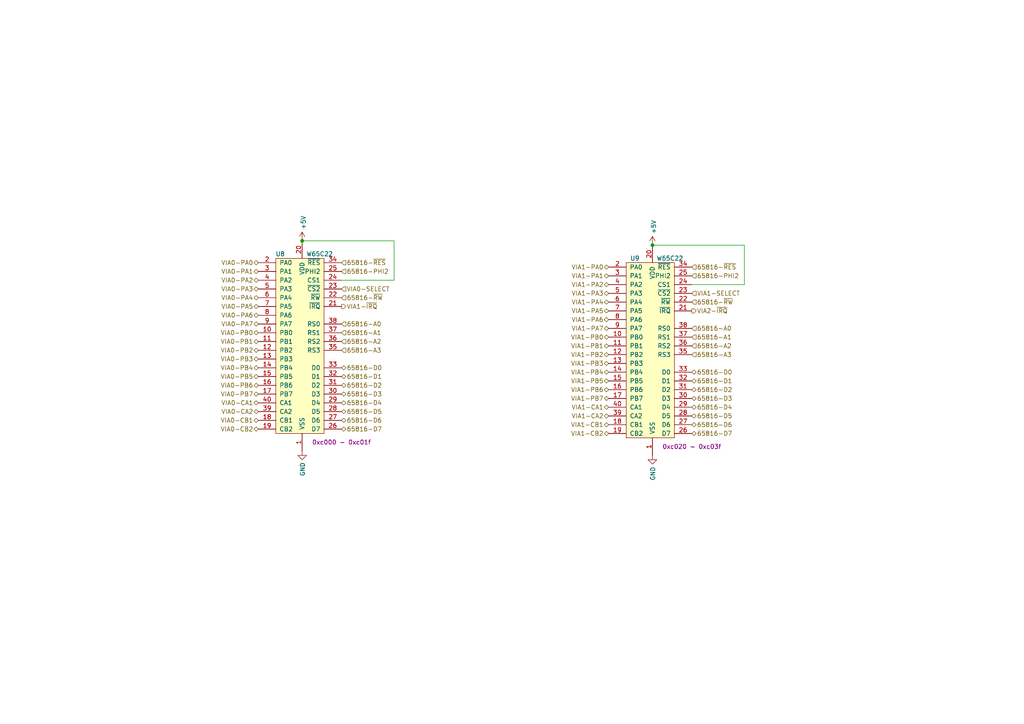
<source format=kicad_sch>
(kicad_sch (version 20211123) (generator eeschema)
  (paper "A4")
  (title_block (title "ROL") (date "2022-01-07") (rev "1.0"))
  (lib_symbols
    (symbol "power:+5V" (power) (pin_names (offset 0))
      (property "Value" "+5V" (at 0 3.556 0))
      (symbol "+5V_0_1"
        (polyline (pts (xy -0.762 1.27) (xy 0 2.54)))
        (polyline (pts (xy 0 0) (xy 0 2.54)))
        (polyline (pts (xy 0 2.54) (xy 0.762 1.27)))
      )
      (symbol "+5V_1_1"
        (pin power_in line (at 0 0 90) (length 0) hide (name "+5V") (number "1"))
      )
    )
    (symbol "power:GND" (power) (pin_names (offset 0))
      (property "Value" "GND" (at 0 -3.81 0))
      (symbol "GND_0_1"
        (polyline (pts (xy 0 0) (xy 0 -1.27) (xy 1.27 -1.27) (xy 0 -2.54) (xy -1.27 -1.27) (xy 0 -1.27)))
      )
      (symbol "GND_1_1"
        (pin power_in line (at 0 0 270) (length 0) hide (name "GND") (number "1"))
      )
    )
    (symbol "rol:W65C22" (pin_names (offset 1.016))
      (property "Reference" "U" (at -7.62 25.4 0))
      (property "Value" "W65C22" (at 6.35 25.4 0))
      (symbol "W65C22_0_1"
        (rectangle (start -7.62 22.86) (end 6.35 -27.94) (fill (type background)))
      )
      (symbol "W65C22_1_1"
        (pin power_in line (at 0 -33.02 90) (length 5.08) (name "VSS") (number "1"))
        (pin bidirectional line (at -12.7 1.27 0) (length 5.08) (name "PB0") (number "10"))
        (pin bidirectional line (at -12.7 -1.27 0) (length 5.08) (name "PB1") (number "11"))
        (pin bidirectional line (at -12.7 -3.81 0) (length 5.08) (name "PB2") (number "12"))
        (pin bidirectional line (at -12.7 -6.35 0) (length 5.08) (name "PB3") (number "13"))
        (pin bidirectional line (at -12.7 -8.89 0) (length 5.08) (name "PB4") (number "14"))
        (pin bidirectional line (at -12.7 -11.43 0) (length 5.08) (name "PB5") (number "15"))
        (pin bidirectional line (at -12.7 -13.97 0) (length 5.08) (name "PB6") (number "16"))
        (pin bidirectional line (at -12.7 -16.51 0) (length 5.08) (name "PB7") (number "17"))
        (pin bidirectional line (at -12.7 -24.13 0) (length 5.08) (name "CB1") (number "18"))
        (pin bidirectional line (at -12.7 -26.67 0) (length 5.08) (name "CB2") (number "19"))
        (pin bidirectional line (at -12.7 21.59 0) (length 5.08) (name "PA0") (number "2"))
        (pin power_in line (at 0 27.94 270) (length 5.08) (name "VDD") (number "20"))
        (pin input line (at 11.43 8.89 180) (length 5.08) (name "~{IRQ}") (number "21"))
        (pin input line (at 11.43 11.43 180) (length 5.08) (name "~{RW}") (number "22"))
        (pin input line (at 11.43 13.97 180) (length 5.08) (name "~{CS2}") (number "23"))
        (pin input line (at 11.43 16.51 180) (length 5.08) (name "CS1") (number "24"))
        (pin input line (at 11.43 19.05 180) (length 5.08) (name "PHI2") (number "25"))
        (pin bidirectional line (at 11.43 -26.67 180) (length 5.08) (name "D7") (number "26"))
        (pin bidirectional line (at 11.43 -24.13 180) (length 5.08) (name "D6") (number "27"))
        (pin bidirectional line (at 11.43 -21.59 180) (length 5.08) (name "D5") (number "28"))
        (pin bidirectional line (at 11.43 -19.05 180) (length 5.08) (name "D4") (number "29"))
        (pin bidirectional line (at -12.7 19.05 0) (length 5.08) (name "PA1") (number "3"))
        (pin bidirectional line (at 11.43 -16.51 180) (length 5.08) (name "D3") (number "30"))
        (pin bidirectional line (at 11.43 -13.97 180) (length 5.08) (name "D2") (number "31"))
        (pin bidirectional line (at 11.43 -11.43 180) (length 5.08) (name "D1") (number "32"))
        (pin bidirectional line (at 11.43 -8.89 180) (length 5.08) (name "D0") (number "33"))
        (pin input line (at 11.43 21.59 180) (length 5.08) (name "~{RES}") (number "34"))
        (pin input line (at 11.43 -3.81 180) (length 5.08) (name "RS3") (number "35"))
        (pin input line (at 11.43 -1.27 180) (length 5.08) (name "RS2") (number "36"))
        (pin input line (at 11.43 1.27 180) (length 5.08) (name "RS1") (number "37"))
        (pin input line (at 11.43 3.81 180) (length 5.08) (name "RS0") (number "38"))
        (pin bidirectional line (at -12.7 -21.59 0) (length 5.08) (name "CA2") (number "39"))
        (pin bidirectional line (at -12.7 16.51 0) (length 5.08) (name "PA2") (number "4"))
        (pin bidirectional line (at -12.7 -19.05 0) (length 5.08) (name "CA1") (number "40"))
        (pin bidirectional line (at -12.7 13.97 0) (length 5.08) (name "PA3") (number "5"))
        (pin bidirectional line (at -12.7 11.43 0) (length 5.08) (name "PA4") (number "6"))
        (pin bidirectional line (at -12.7 8.89 0) (length 5.08) (name "PA5") (number "7"))
        (pin bidirectional line (at -12.7 6.35 0) (length 5.08) (name "PA6") (number "8"))
        (pin bidirectional line (at -12.7 3.81 0) (length 5.08) (name "PA7") (number "9"))
      )
    )
  )
  (junction (at 87.63 69.85))
  (junction (at 189.23 71.12))
  (wire (pts (xy 200.66 82.55) (xy 215.9 82.55)))
  (wire (pts (xy 99.06 81.28) (xy 114.3 81.28)))
  (wire (pts (xy 114.3 69.85) (xy 114.3 81.28)))
  (wire (pts (xy 189.23 71.12) (xy 215.9 71.12)))
  (wire (pts (xy 87.63 69.85) (xy 114.3 69.85)))
  (wire (pts (xy 215.9 71.12) (xy 215.9 82.55)))
  (hierarchical_label "65816-D1" (shape bidirectional) (at 99.06 109.22 0))
  (hierarchical_label "VIA0-PA0" (shape bidirectional) (at 74.93 76.2 180))
  (hierarchical_label "65816-D2" (shape bidirectional) (at 200.66 113.03 0))
  (hierarchical_label "VIA0-PB4" (shape bidirectional) (at 74.93 106.68 180))
  (hierarchical_label "65816-D7" (shape bidirectional) (at 200.66 125.73 0))
  (hierarchical_label "65816-A1" (shape input) (at 200.66 97.79 0))
  (hierarchical_label "65816-A3" (shape input) (at 99.06 101.6 0))
  (hierarchical_label "VIA1-CA2" (shape bidirectional) (at 176.53 120.65 180))
  (hierarchical_label "VIA0-PB5" (shape bidirectional) (at 74.93 109.22 180))
  (hierarchical_label "VIA1-PB4" (shape bidirectional) (at 176.53 107.95 180))
  (hierarchical_label "VIA0-PB3" (shape bidirectional) (at 74.93 104.14 180))
  (hierarchical_label "VIA0-PA3" (shape bidirectional) (at 74.93 83.82 180))
  (hierarchical_label "VIA1-PA2" (shape bidirectional) (at 176.53 82.55 180))
  (hierarchical_label "VIA0-PA5" (shape bidirectional) (at 74.93 88.9 180))
  (hierarchical_label "65816-D4" (shape bidirectional) (at 99.06 116.84 0))
  (hierarchical_label "VIA1-PA4" (shape bidirectional) (at 176.53 87.63 180))
  (hierarchical_label "65816-D6" (shape bidirectional) (at 200.66 123.19 0))
  (hierarchical_label "65816-D6" (shape bidirectional) (at 99.06 121.92 0))
  (hierarchical_label "VIA1-PB5" (shape bidirectional) (at 176.53 110.49 180))
  (hierarchical_label "VIA1-PB1" (shape bidirectional) (at 176.53 100.33 180))
  (hierarchical_label "65816-D5" (shape bidirectional) (at 99.06 119.38 0))
  (hierarchical_label "65816-~{RW}" (shape input) (at 99.06 86.36 0))
  (hierarchical_label "VIA0-PB0" (shape bidirectional) (at 74.93 96.52 180))
  (hierarchical_label "VIA1-PA7" (shape bidirectional) (at 176.53 95.25 180))
  (hierarchical_label "65816-D0" (shape bidirectional) (at 99.06 106.68 0))
  (hierarchical_label "VIA0-PB1" (shape bidirectional) (at 74.93 99.06 180))
  (hierarchical_label "65816-D2" (shape bidirectional) (at 99.06 111.76 0))
  (hierarchical_label "VIA0-PB7" (shape bidirectional) (at 74.93 114.3 180))
  (hierarchical_label "VIA1-PA0" (shape bidirectional) (at 176.53 77.47 180))
  (hierarchical_label "VIA0-PB6" (shape bidirectional) (at 74.93 111.76 180))
  (hierarchical_label "65816-D5" (shape bidirectional) (at 200.66 120.65 0))
  (hierarchical_label "VIA1-~{IRQ}" (shape output) (at 99.06 88.9 0))
  (hierarchical_label "65816-A3" (shape input) (at 200.66 102.87 0))
  (hierarchical_label "VIA1-CB2" (shape bidirectional) (at 176.53 125.73 180))
  (hierarchical_label "VIA2-~{IRQ}" (shape output) (at 200.66 90.17 0))
  (hierarchical_label "VIA0-PA1" (shape bidirectional) (at 74.93 78.74 180))
  (hierarchical_label "VIA1-CA1" (shape bidirectional) (at 176.53 118.11 180))
  (hierarchical_label "VIA1-PB3" (shape bidirectional) (at 176.53 105.41 180))
  (hierarchical_label "VIA0-CA1" (shape bidirectional) (at 74.93 116.84 180))
  (hierarchical_label "65816-~{RES}" (shape input) (at 99.06 76.2 0))
  (hierarchical_label "VIA0-PB2" (shape bidirectional) (at 74.93 101.6 180))
  (hierarchical_label "65816-A2" (shape input) (at 200.66 100.33 0))
  (hierarchical_label "VIA0-PA4" (shape bidirectional) (at 74.93 86.36 180))
  (hierarchical_label "65816-A0" (shape input) (at 200.66 95.25 0))
  (hierarchical_label "65816-~{RW}" (shape input) (at 200.66 87.63 0))
  (hierarchical_label "VIA0-PA2" (shape bidirectional) (at 74.93 81.28 180))
  (hierarchical_label "VIA0-CB1" (shape bidirectional) (at 74.93 121.92 180))
  (hierarchical_label "VIA0-SELECT" (shape input) (at 99.06 83.82 0))
  (hierarchical_label "65816-PHI2" (shape input) (at 99.06 78.74 0))
  (hierarchical_label "VIA1-PB2" (shape bidirectional) (at 176.53 102.87 180))
  (hierarchical_label "VIA1-PB6" (shape bidirectional) (at 176.53 113.03 180))
  (hierarchical_label "65816-D7" (shape bidirectional) (at 99.06 124.46 0))
  (hierarchical_label "VIA0-CA2" (shape bidirectional) (at 74.93 119.38 180))
  (hierarchical_label "VIA1-PA5" (shape bidirectional) (at 176.53 90.17 180))
  (hierarchical_label "VIA1-PA3" (shape bidirectional) (at 176.53 85.09 180))
  (hierarchical_label "VIA1-PB7" (shape bidirectional) (at 176.53 115.57 180))
  (hierarchical_label "65816-~{RES}" (shape input) (at 200.66 77.47 0))
  (hierarchical_label "VIA1-CB1" (shape bidirectional) (at 176.53 123.19 180))
  (hierarchical_label "65816-D3" (shape bidirectional) (at 99.06 114.3 0))
  (hierarchical_label "65816-PHI2" (shape input) (at 200.66 80.01 0))
  (hierarchical_label "65816-D0" (shape bidirectional) (at 200.66 107.95 0))
  (hierarchical_label "VIA1-PA1" (shape bidirectional) (at 176.53 80.01 180))
  (hierarchical_label "VIA1-PB0" (shape bidirectional) (at 176.53 97.79 180))
  (hierarchical_label "VIA1-PA6" (shape bidirectional) (at 176.53 92.71 180))
  (hierarchical_label "65816-D1" (shape bidirectional) (at 200.66 110.49 0))
  (hierarchical_label "VIA0-PA7" (shape bidirectional) (at 74.93 93.98 180))
  (hierarchical_label "VIA1-SELECT" (shape input) (at 200.66 85.09 0))
  (hierarchical_label "VIA0-PA6" (shape bidirectional) (at 74.93 91.44 180))
  (hierarchical_label "65816-D4" (shape bidirectional) (at 200.66 118.11 0))
  (hierarchical_label "65816-A0" (shape input) (at 99.06 93.98 0))
  (hierarchical_label "65816-D3" (shape bidirectional) (at 200.66 115.57 0))
  (hierarchical_label "65816-A2" (shape input) (at 99.06 99.06 0))
  (hierarchical_label "65816-A1" (shape input) (at 99.06 96.52 0))
  (hierarchical_label "VIA0-CB2" (shape bidirectional) (at 74.93 124.46 180))
  (symbol (lib_id "rol:W65C22") (at 189.23 99.06 0)
    (property "Reference" "U9" (at 184.15 74.93 0))
    (property "Value" "W65C22" (at 194.31 74.93 0))
    (property "Footprint" "Package_DIP:DIP-40_W15.24mm_Socket" (effects hide))
    (property "Address" "0xc020 - 0xc03f" (at 200.66 129.54 0))
  )
  (symbol (lib_id "power:GND") (at 87.63 130.81 0)
    (property "Reference" "#PWR018" (effects hide))
    (property "Value" "GND" (at 87.757 134.0612 90) (effects (justify right)))
  )
  (symbol (lib_id "power:+5V") (at 87.63 69.85 0)
    (property "Reference" "#PWR017" (effects hide))
    (property "Value" "+5V" (at 88.011 66.5988 90) (effects (justify left)))
  )
  (symbol (lib_id "rol:W65C22") (at 87.63 97.79 0)
    (property "Reference" "U8" (at 81.28 73.66 0))
    (property "Value" "W65C22" (at 92.71 73.66 0))
    (property "Footprint" "Package_DIP:DIP-40_W15.24mm_Socket" (effects hide))
    (property "Address" "0xc000 - 0xc01f" (at 99.06 128.27 0))
  )
  (symbol (lib_id "power:GND") (at 189.23 132.08 0)
    (property "Reference" "#PWR020" (effects hide))
    (property "Value" "GND" (at 189.357 135.3312 90) (effects (justify right)))
  )
  (symbol (lib_id "power:+5V") (at 189.23 71.12 0)
    (property "Reference" "#PWR019" (effects hide))
    (property "Value" "+5V" (at 189.611 67.8688 90) (effects (justify left)))
  )
)
</source>
